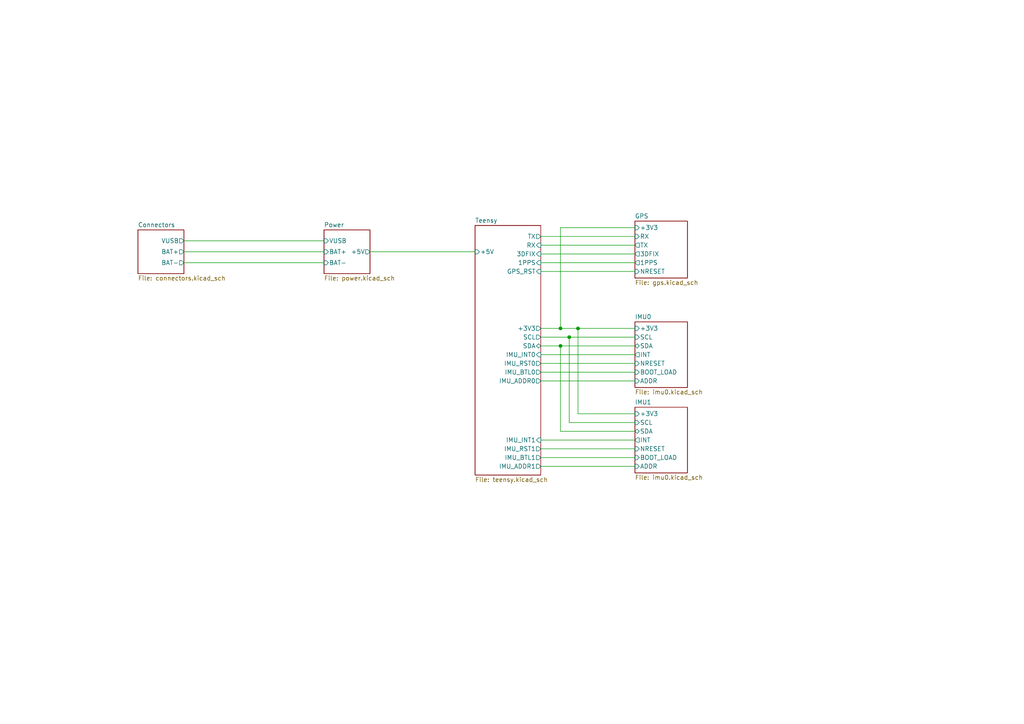
<source format=kicad_sch>
(kicad_sch (version 20211123) (generator eeschema)
  (paper "A4")
  (lib_symbols)
  (junction (at 162.56 100.33))
  (junction (at 165.1 97.79))
  (junction (at 162.56 95.25))
  (junction (at 167.64 95.25))
  (wire (pts (xy 156.845 110.49) (xy 184.15 110.49)))
  (wire (pts (xy 184.15 66.04) (xy 162.56 66.04)))
  (wire (pts (xy 156.845 76.2) (xy 184.15 76.2)))
  (wire (pts (xy 162.56 66.04) (xy 162.56 95.25)))
  (wire (pts (xy 162.56 95.25) (xy 167.64 95.25)))
  (wire (pts (xy 156.845 127.635) (xy 184.15 127.635)))
  (wire (pts (xy 107.315 73.025) (xy 137.795 73.025)))
  (wire (pts (xy 156.845 95.25) (xy 162.56 95.25)))
  (wire (pts (xy 156.845 130.175) (xy 184.15 130.175)))
  (wire (pts (xy 156.845 132.715) (xy 184.15 132.715)))
  (wire (pts (xy 53.34 76.2) (xy 93.98 76.2)))
  (wire (pts (xy 162.56 125.095) (xy 162.56 100.33)))
  (wire (pts (xy 184.15 120.015) (xy 167.64 120.015)))
  (wire (pts (xy 167.64 95.25) (xy 184.15 95.25)))
  (wire (pts (xy 156.845 71.12) (xy 184.15 71.12)))
  (wire (pts (xy 184.15 122.555) (xy 165.1 122.555)))
  (wire (pts (xy 156.845 100.33) (xy 162.56 100.33)))
  (wire (pts (xy 53.34 69.85) (xy 93.98 69.85)))
  (wire (pts (xy 156.845 105.41) (xy 184.15 105.41)))
  (wire (pts (xy 156.845 102.87) (xy 184.15 102.87)))
  (wire (pts (xy 156.845 73.66) (xy 184.15 73.66)))
  (wire (pts (xy 156.845 68.58) (xy 184.15 68.58)))
  (wire (pts (xy 53.34 73.025) (xy 93.98 73.025)))
  (wire (pts (xy 156.845 78.74) (xy 184.15 78.74)))
  (wire (pts (xy 165.1 97.79) (xy 184.15 97.79)))
  (wire (pts (xy 156.845 107.95) (xy 184.15 107.95)))
  (wire (pts (xy 184.15 125.095) (xy 162.56 125.095)))
  (wire (pts (xy 167.64 95.25) (xy 167.64 120.015)))
  (wire (pts (xy 162.56 100.33) (xy 184.15 100.33)))
  (wire (pts (xy 156.845 97.79) (xy 165.1 97.79)))
  (wire (pts (xy 165.1 122.555) (xy 165.1 97.79)))
  (wire (pts (xy 156.845 135.255) (xy 184.15 135.255)))
  (sheet (at 184.15 64.135) (size 15.24 16.51) (stroke (width 0.1524))
    (property "Sheet name" "GPS" (at 184.15 63.4234 0) (effects (justify left bottom)))
    (property "Sheet file" "gps.kicad_sch" (at 184.15 81.2296 0) (effects (justify left top)))
    (pin "+3V3" input (at 184.15 66.04 180))
    (pin "RX" input (at 184.15 68.58 180))
    (pin "TX" output (at 184.15 71.12 180))
    (pin "3DFIX" output (at 184.15 73.66 180))
    (pin "1PPS" output (at 184.15 76.2 180))
    (pin "NRESET" input (at 184.15 78.74 180))
  )
  (sheet (at 40.005 66.675) (size 13.335 12.7) (stroke (width 0.1524))
    (property "Sheet name" "Connectors" (at 40.005 65.9634 0) (effects (justify left bottom)))
    (property "Sheet file" "connectors.kicad_sch" (at 40.005 79.9596 0) (effects (justify left top)))
    (pin "VUSB" output (at 53.34 69.85 0))
    (pin "BAT-" output (at 53.34 76.2 0))
    (pin "BAT+" output (at 53.34 73.025 0))
  )
  (sheet (at 93.98 66.675) (size 13.335 12.7) (stroke (width 0.1524))
    (property "Sheet name" "Power" (at 93.98 65.9634 0) (effects (justify left bottom)))
    (property "Sheet file" "power.kicad_sch" (at 93.98 79.9596 0) (effects (justify left top)))
    (pin "VUSB" input (at 93.98 69.85 180))
    (pin "BAT+" input (at 93.98 73.025 180))
    (pin "+5V" output (at 107.315 73.025 0))
    (pin "BAT-" input (at 93.98 76.2 180))
  )
  (sheet (at 184.15 93.345) (size 15.24 19.05) (stroke (width 0.1524))
    (property "Sheet name" "IMU0" (at 184.15 92.6334 0) (effects (justify left bottom)))
    (property "Sheet file" "imu0.kicad_sch" (at 184.15 112.9796 0) (effects (justify left top)))
    (pin "+3V3" input (at 184.15 95.25 180))
    (pin "SCL" input (at 184.15 97.79 180))
    (pin "SDA" bidirectional (at 184.15 100.33 180))
    (pin "INT" output (at 184.15 102.87 180))
    (pin "NRESET" input (at 184.15 105.41 180))
    (pin "BOOT_LOAD" input (at 184.15 107.95 180))
    (pin "ADDR" input (at 184.15 110.49 180))
  )
  (sheet (at 184.15 118.11) (size 15.24 19.05) (stroke (width 0.1524))
    (property "Sheet name" "IMU1" (at 184.15 117.3984 0) (effects (justify left bottom)))
    (property "Sheet file" "imu0.kicad_sch" (at 184.15 137.7446 0) (effects (justify left top)))
    (pin "+3V3" input (at 184.15 120.015 180))
    (pin "SCL" input (at 184.15 122.555 180))
    (pin "SDA" bidirectional (at 184.15 125.095 180))
    (pin "INT" output (at 184.15 127.635 180))
    (pin "NRESET" input (at 184.15 130.175 180))
    (pin "BOOT_LOAD" input (at 184.15 132.715 180))
    (pin "ADDR" input (at 184.15 135.255 180))
  )
  (sheet (at 137.795 65.405) (size 19.05 72.39) (stroke (width 0.1524))
    (property "Sheet name" "Teensy" (at 137.795 64.6934 0) (effects (justify left bottom)))
    (property "Sheet file" "teensy.kicad_sch" (at 137.795 138.3796 0) (effects (justify left top)))
    (pin "+5V" input (at 137.795 73.025 180))
    (pin "SCL" output (at 156.845 97.79 0))
    (pin "TX" output (at 156.845 68.58 0))
    (pin "SDA" bidirectional (at 156.845 100.33 0))
    (pin "RX" input (at 156.845 71.12 0))
    (pin "+3V3" output (at 156.845 95.25 0))
    (pin "IMU_RST0" output (at 156.845 105.41 0))
    (pin "IMU_BTL0" output (at 156.845 107.95 0))
    (pin "IMU_RST1" output (at 156.845 130.175 0))
    (pin "IMU_INT0" input (at 156.845 102.87 0))
    (pin "IMU_INT1" input (at 156.845 127.635 0))
    (pin "IMU_BTL1" output (at 156.845 132.715 0))
    (pin "IMU_ADDR0" output (at 156.845 110.49 0))
    (pin "IMU_ADDR1" output (at 156.845 135.255 0))
    (pin "1PPS" input (at 156.845 76.2 0))
    (pin "3DFIX" input (at 156.845 73.66 0))
    (pin "GPS_RST" input (at 156.845 78.74 0))
  )
)
</source>
